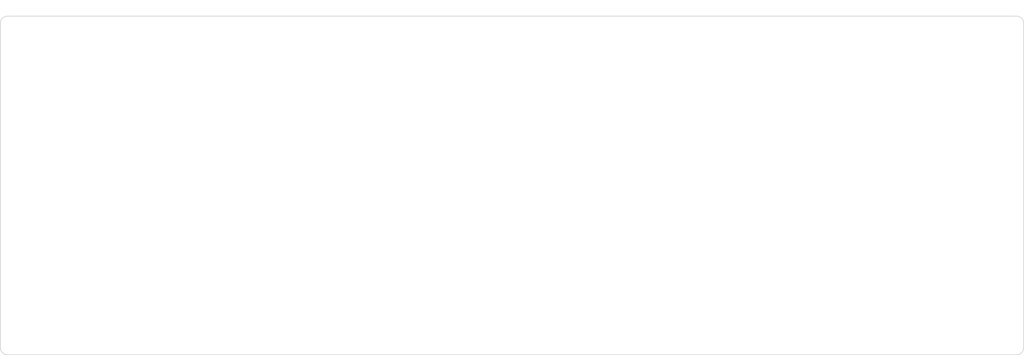
<source format=kicad_pcb>
(kicad_pcb (version 20171130) (host pcbnew "(5.1.6)-1")

  (general
    (thickness 1.6)
    (drawings 608)
    (tracks 0)
    (zones 0)
    (modules 0)
    (nets 1)
  )

  (page A3)
  (layers
    (0 F.Cu signal)
    (31 B.Cu signal)
    (32 B.Adhes user)
    (33 F.Adhes user)
    (34 B.Paste user)
    (35 F.Paste user)
    (36 B.SilkS user)
    (37 F.SilkS user)
    (38 B.Mask user)
    (39 F.Mask user)
    (40 Dwgs.User user)
    (41 Cmts.User user)
    (42 Eco1.User user)
    (43 Eco2.User user)
    (44 Edge.Cuts user)
    (45 Margin user)
    (46 B.CrtYd user)
    (47 F.CrtYd user)
    (48 B.Fab user)
    (49 F.Fab user)
  )

  (setup
    (last_trace_width 0.25)
    (trace_clearance 0.2)
    (zone_clearance 0.508)
    (zone_45_only no)
    (trace_min 0.2)
    (via_size 0.8)
    (via_drill 0.4)
    (via_min_size 0.4)
    (via_min_drill 0.3)
    (uvia_size 0.3)
    (uvia_drill 0.1)
    (uvias_allowed no)
    (uvia_min_size 0.2)
    (uvia_min_drill 0.1)
    (edge_width 0.05)
    (segment_width 0.2)
    (pcb_text_width 0.3)
    (pcb_text_size 1.5 1.5)
    (mod_edge_width 0.12)
    (mod_text_size 1 1)
    (mod_text_width 0.15)
    (pad_size 1.524 1.524)
    (pad_drill 0.762)
    (pad_to_mask_clearance 0.05)
    (aux_axis_origin 0 0)
    (visible_elements FFFFFF7F)
    (pcbplotparams
      (layerselection 0x010fc_ffffffff)
      (usegerberextensions false)
      (usegerberattributes true)
      (usegerberadvancedattributes true)
      (creategerberjobfile true)
      (excludeedgelayer true)
      (linewidth 0.100000)
      (plotframeref false)
      (viasonmask false)
      (mode 1)
      (useauxorigin false)
      (hpglpennumber 1)
      (hpglpenspeed 20)
      (hpglpendiameter 15.000000)
      (psnegative false)
      (psa4output false)
      (plotreference true)
      (plotvalue true)
      (plotinvisibletext false)
      (padsonsilk false)
      (subtractmaskfromsilk false)
      (outputformat 1)
      (mirror false)
      (drillshape 1)
      (scaleselection 1)
      (outputdirectory ""))
  )

  (net 0 "")

  (net_class Default "This is the default net class."
    (clearance 0.2)
    (trace_width 0.25)
    (via_dia 0.8)
    (via_drill 0.4)
    (uvia_dia 0.3)
    (uvia_drill 0.1)
  )

  (gr_text OLED (at 296.229264 139.253435) (layer F.Fab)
    (effects (font (size 1 0.9) (thickness 0.125)) (justify left top))
  )
  (gr_line (start 298.92625 128.274998) (end 296.38625 138.424998) (layer F.Fab) (width 0.2))
  (gr_line (start 296.38625 128.274998) (end 298.92625 138.424998) (layer F.Fab) (width 0.2))
  (gr_line (start 296.38625 138.424998) (end 298.92625 138.424998) (layer F.Fab) (width 0.2))
  (gr_line (start 296.38625 128.274998) (end 296.38625 138.424998) (layer F.Fab) (width 0.2))
  (gr_line (start 298.92625 128.274998) (end 296.38625 128.274998) (layer F.Fab) (width 0.2))
  (gr_line (start 298.92625 138.424998) (end 298.92625 128.274998) (layer F.Fab) (width 0.2))
  (gr_line (start 66.675 43.750001) (end 66.675 46.150001) (layer F.Fab) (width 0.2))
  (gr_line (start 61.675 43.750001) (end 71.675 43.750001) (layer F.Fab) (width 0.2))
  (gr_line (start 61.675 46.150001) (end 71.675 46.150001) (layer F.Fab) (width 0.2))
  (gr_line (start 71.675 46.150001) (end 71.675 48.150001) (layer F.Fab) (width 0.2))
  (gr_line (start 61.675 46.150001) (end 61.675 48.150001) (layer F.Fab) (width 0.2))
  (gr_circle (center 276.225 133.349998) (end 278.225 133.349998) (layer F.Fab) (width 0.2))
  (gr_circle (center 252.4125 133.349998) (end 254.4125 133.349998) (layer F.Fab) (width 0.2))
  (gr_circle (center 180.975 133.349998) (end 182.975 133.349998) (layer F.Fab) (width 0.2))
  (gr_circle (center 109.5375 133.35) (end 111.5375 133.35) (layer F.Fab) (width 0.2))
  (gr_circle (center 85.725 133.35) (end 87.725 133.35) (layer F.Fab) (width 0.2))
  (gr_circle (center 69.05625 114.300001) (end 71.05625 114.300001) (layer F.Fab) (width 0.2))
  (gr_circle (center 100.0125 114.300001) (end 102.0125 114.300001) (layer F.Fab) (width 0.2))
  (gr_circle (center 119.0625 114.300001) (end 121.0625 114.300001) (layer F.Fab) (width 0.2))
  (gr_circle (center 138.1125 114.300001) (end 140.1125 114.300001) (layer F.Fab) (width 0.2))
  (gr_circle (center 157.1625 114.300001) (end 159.1625 114.300001) (layer F.Fab) (width 0.2))
  (gr_circle (center 176.212501 114.300001) (end 178.212501 114.300001) (layer F.Fab) (width 0.2))
  (gr_circle (center 195.2625 114.300001) (end 197.2625 114.300001) (layer F.Fab) (width 0.2))
  (gr_circle (center 214.3125 114.300001) (end 216.3125 114.300001) (layer F.Fab) (width 0.2))
  (gr_circle (center 233.3625 114.300001) (end 235.3625 114.300001) (layer F.Fab) (width 0.2))
  (gr_circle (center 252.4125 114.3) (end 254.4125 114.3) (layer F.Fab) (width 0.2))
  (gr_circle (center 271.4625 114.300001) (end 273.4625 114.300001) (layer F.Fab) (width 0.2))
  (gr_circle (center 297.65625 114.300001) (end 299.65625 114.300001) (layer F.Fab) (width 0.2))
  (gr_circle (center 323.85 114.300001) (end 325.85 114.300001) (layer F.Fab) (width 0.2))
  (gr_circle (center 311.94375 95.250001) (end 313.94375 95.250001) (layer F.Fab) (width 0.2))
  (gr_circle (center 280.9875 95.250001) (end 282.9875 95.250001) (layer F.Fab) (width 0.2))
  (gr_circle (center 261.9375 95.249998) (end 263.9375 95.249998) (layer F.Fab) (width 0.2))
  (gr_circle (center 242.8875 95.249997) (end 244.8875 95.249997) (layer F.Fab) (width 0.2))
  (gr_circle (center 223.8375 95.250001) (end 225.8375 95.250001) (layer F.Fab) (width 0.2))
  (gr_circle (center 204.7875 95.249997) (end 206.7875 95.249997) (layer F.Fab) (width 0.2))
  (gr_circle (center 185.7375 95.249999) (end 187.7375 95.249999) (layer F.Fab) (width 0.2))
  (gr_circle (center 166.6875 95.249999) (end 168.6875 95.249999) (layer F.Fab) (width 0.2))
  (gr_circle (center 147.6375 95.249999) (end 149.6375 95.249999) (layer F.Fab) (width 0.2))
  (gr_circle (center 128.5875 95.249999) (end 130.5875 95.249999) (layer F.Fab) (width 0.2))
  (gr_circle (center 109.5375 95.25) (end 111.5375 95.25) (layer F.Fab) (width 0.2))
  (gr_circle (center 90.4875 95.250001) (end 92.4875 95.250001) (layer F.Fab) (width 0.2))
  (gr_circle (center 64.29375 95.250001) (end 66.29375 95.250001) (layer F.Fab) (width 0.2))
  (gr_circle (center 61.9125 76.200001) (end 63.9125 76.200001) (layer F.Fab) (width 0.2))
  (gr_circle (center 85.725 76.200001) (end 87.725 76.200001) (layer F.Fab) (width 0.2))
  (gr_circle (center 104.775 76.199999) (end 106.775 76.199999) (layer F.Fab) (width 0.2))
  (gr_circle (center 123.825 76.200001) (end 125.825 76.200001) (layer F.Fab) (width 0.2))
  (gr_circle (center 142.875 76.200001) (end 144.875 76.200001) (layer F.Fab) (width 0.2))
  (gr_circle (center 161.925002 76.200001) (end 163.925002 76.200001) (layer F.Fab) (width 0.2))
  (gr_circle (center 180.975 76.200001) (end 182.975 76.200001) (layer F.Fab) (width 0.2))
  (gr_circle (center 200.025003 76.200001) (end 202.025003 76.200001) (layer F.Fab) (width 0.2))
  (gr_circle (center 219.075 76.2) (end 221.075 76.2) (layer F.Fab) (width 0.2))
  (gr_circle (center 238.125 76.200001) (end 240.125 76.200001) (layer F.Fab) (width 0.2))
  (gr_circle (center 257.175 76.200001) (end 259.175 76.200001) (layer F.Fab) (width 0.2))
  (gr_circle (center 276.225002 76.200001) (end 278.225002 76.200001) (layer F.Fab) (width 0.2))
  (gr_circle (center 295.275 76.200001) (end 297.275 76.200001) (layer F.Fab) (width 0.2))
  (gr_circle (center 319.0875 76.200001) (end 321.0875 76.200001) (layer F.Fab) (width 0.2))
  (gr_circle (center 323.85 57.149997) (end 325.85 57.149997) (layer F.Fab) (width 0.2))
  (gr_circle (center 304.800002 57.150001) (end 306.800002 57.150001) (layer F.Fab) (width 0.2))
  (gr_circle (center 285.75 57.150001) (end 287.75 57.150001) (layer F.Fab) (width 0.2))
  (gr_circle (center 266.7 57.150001) (end 268.7 57.150001) (layer F.Fab) (width 0.2))
  (gr_circle (center 247.65 57.149999) (end 249.65 57.149999) (layer F.Fab) (width 0.2))
  (gr_circle (center 228.600002 57.150001) (end 230.600002 57.150001) (layer F.Fab) (width 0.2))
  (gr_circle (center 209.55 57.149998) (end 211.55 57.149998) (layer F.Fab) (width 0.2))
  (gr_circle (center 190.5 57.150001) (end 192.5 57.150001) (layer F.Fab) (width 0.2))
  (gr_circle (center 171.45 57.149998) (end 173.45 57.149998) (layer F.Fab) (width 0.2))
  (gr_circle (center 152.400002 57.150001) (end 154.400002 57.150001) (layer F.Fab) (width 0.2))
  (gr_circle (center 133.35 57.149998) (end 135.35 57.149998) (layer F.Fab) (width 0.2))
  (gr_circle (center 114.3 57.15) (end 116.3 57.15) (layer F.Fab) (width 0.2))
  (gr_circle (center 95.25 57.150001) (end 97.25 57.150001) (layer F.Fab) (width 0.2))
  (gr_circle (center 76.2 57.150001) (end 78.2 57.150001) (layer F.Fab) (width 0.2))
  (gr_circle (center 57.15 57.150001) (end 59.15 57.150001) (layer F.Fab) (width 0.2))
  (gr_arc (start 283.225 140.350001) (end 283.225 140.350001) (angle -90) (layer F.Fab) (width 0.2))
  (gr_arc (start 269.225 140.350001) (end 269.225 140.350001) (angle -90) (layer F.Fab) (width 0.2))
  (gr_arc (start 283.225 126.350001) (end 283.225 126.350001) (angle -90) (layer F.Fab) (width 0.2))
  (gr_arc (start 269.225 126.350001) (end 269.225 126.350001) (angle -90) (layer F.Fab) (width 0.2))
  (gr_line (start 283.225 126.350001) (end 283.225 140.350001) (layer F.Fab) (width 0.2))
  (gr_line (start 269.225 126.350001) (end 269.225 140.350001) (layer F.Fab) (width 0.2))
  (gr_line (start 269.225 140.350001) (end 283.225 140.350001) (layer F.Fab) (width 0.2))
  (gr_line (start 269.225 126.350001) (end 283.225 126.350001) (layer F.Fab) (width 0.2))
  (gr_arc (start 259.4125 140.350001) (end 259.4125 140.350001) (angle -90) (layer F.Fab) (width 0.2))
  (gr_arc (start 245.4125 140.350001) (end 245.4125 140.350001) (angle -90) (layer F.Fab) (width 0.2))
  (gr_arc (start 259.4125 126.350001) (end 259.4125 126.350001) (angle -90) (layer F.Fab) (width 0.2))
  (gr_arc (start 245.4125 126.350001) (end 245.4125 126.350001) (angle -90) (layer F.Fab) (width 0.2))
  (gr_line (start 259.4125 126.350001) (end 259.4125 140.350001) (layer F.Fab) (width 0.2))
  (gr_line (start 245.4125 126.350001) (end 245.4125 140.350001) (layer F.Fab) (width 0.2))
  (gr_line (start 245.4125 140.350001) (end 259.4125 140.350001) (layer F.Fab) (width 0.2))
  (gr_line (start 245.4125 126.350001) (end 259.4125 126.350001) (layer F.Fab) (width 0.2))
  (gr_arc (start 127.2 141.350001) (end 127.2 141.350001) (angle -90) (layer F.Fab) (width 0.2))
  (gr_arc (start 120.45 141.350001) (end 120.45 141.350001) (angle -90) (layer F.Fab) (width 0.2))
  (gr_arc (start 127.2 127.350001) (end 127.2 127.350001) (angle -90) (layer F.Fab) (width 0.2))
  (gr_arc (start 120.45 127.350001) (end 120.45 127.350001) (angle -90) (layer F.Fab) (width 0.2))
  (gr_line (start 127.2 127.350001) (end 127.2 141.350001) (layer F.Fab) (width 0.2))
  (gr_line (start 120.45 127.350001) (end 120.45 141.350001) (layer F.Fab) (width 0.2))
  (gr_line (start 120.45 141.350001) (end 127.2 141.350001) (layer F.Fab) (width 0.2))
  (gr_line (start 120.45 127.350001) (end 127.2 127.350001) (layer F.Fab) (width 0.2))
  (gr_arc (start 222.45 141.350001) (end 222.45 141.350001) (angle -90) (layer F.Fab) (width 0.2))
  (gr_arc (start 215.7 141.350001) (end 215.7 141.350001) (angle -90) (layer F.Fab) (width 0.2))
  (gr_arc (start 222.45 127.350001) (end 222.45 127.350001) (angle -90) (layer F.Fab) (width 0.2))
  (gr_arc (start 215.7 127.350001) (end 215.7 127.350001) (angle -90) (layer F.Fab) (width 0.2))
  (gr_line (start 222.45 127.350001) (end 222.45 141.350001) (layer F.Fab) (width 0.2))
  (gr_line (start 215.7 127.350001) (end 215.7 141.350001) (layer F.Fab) (width 0.2))
  (gr_line (start 215.7 141.350001) (end 222.45 141.350001) (layer F.Fab) (width 0.2))
  (gr_line (start 215.7 127.350001) (end 222.45 127.350001) (layer F.Fab) (width 0.2))
  (gr_arc (start 187.975 140.350001) (end 187.975 140.350001) (angle -90) (layer F.Fab) (width 0.2))
  (gr_arc (start 173.975 140.350001) (end 173.975 140.350001) (angle -90) (layer F.Fab) (width 0.2))
  (gr_arc (start 187.975 126.350001) (end 187.975 126.350001) (angle -90) (layer F.Fab) (width 0.2))
  (gr_arc (start 173.975 126.350001) (end 173.975 126.350001) (angle -90) (layer F.Fab) (width 0.2))
  (gr_line (start 187.975 126.350001) (end 187.975 140.350001) (layer F.Fab) (width 0.2))
  (gr_line (start 173.975 126.350001) (end 173.975 140.350001) (layer F.Fab) (width 0.2))
  (gr_line (start 173.975 140.350001) (end 187.975 140.350001) (layer F.Fab) (width 0.2))
  (gr_line (start 173.975 126.350001) (end 187.975 126.350001) (layer F.Fab) (width 0.2))
  (gr_arc (start 116.5375 140.350001) (end 116.5375 140.350001) (angle -90) (layer F.Fab) (width 0.2))
  (gr_arc (start 102.5375 140.350001) (end 102.5375 140.350001) (angle -90) (layer F.Fab) (width 0.2))
  (gr_arc (start 116.5375 126.350001) (end 116.5375 126.350001) (angle -90) (layer F.Fab) (width 0.2))
  (gr_arc (start 102.5375 126.350001) (end 102.5375 126.350001) (angle -90) (layer F.Fab) (width 0.2))
  (gr_line (start 116.5375 126.350001) (end 116.5375 140.350001) (layer F.Fab) (width 0.2))
  (gr_line (start 102.5375 126.350001) (end 102.5375 140.350001) (layer F.Fab) (width 0.2))
  (gr_line (start 102.5375 140.350001) (end 116.5375 140.350001) (layer F.Fab) (width 0.2))
  (gr_line (start 102.5375 126.350001) (end 116.5375 126.350001) (layer F.Fab) (width 0.2))
  (gr_arc (start 92.725 140.350001) (end 92.725 140.350001) (angle -90) (layer F.Fab) (width 0.2))
  (gr_arc (start 78.725 140.350001) (end 78.725 140.350001) (angle -90) (layer F.Fab) (width 0.2))
  (gr_arc (start 92.725 126.350001) (end 92.725 126.350001) (angle -90) (layer F.Fab) (width 0.2))
  (gr_arc (start 78.725 126.350001) (end 78.725 126.350001) (angle -90) (layer F.Fab) (width 0.2))
  (gr_line (start 92.725 126.350001) (end 92.725 140.350001) (layer F.Fab) (width 0.2))
  (gr_line (start 78.725 126.350001) (end 78.725 140.350001) (layer F.Fab) (width 0.2))
  (gr_line (start 78.725 140.350001) (end 92.725 140.350001) (layer F.Fab) (width 0.2))
  (gr_line (start 78.725 126.350001) (end 92.725 126.350001) (layer F.Fab) (width 0.2))
  (gr_arc (start 330.85 121.300001) (end 330.85 121.300001) (angle -90) (layer F.Fab) (width 0.2))
  (gr_arc (start 316.85 121.300001) (end 316.85 121.300001) (angle -90) (layer F.Fab) (width 0.2))
  (gr_arc (start 330.85 107.300001) (end 330.85 107.300001) (angle -90) (layer F.Fab) (width 0.2))
  (gr_arc (start 316.85 107.300001) (end 316.85 107.300001) (angle -90) (layer F.Fab) (width 0.2))
  (gr_line (start 330.85 107.300001) (end 330.85 121.300001) (layer F.Fab) (width 0.2))
  (gr_line (start 316.85 107.300001) (end 316.85 121.300001) (layer F.Fab) (width 0.2))
  (gr_line (start 316.85 121.300001) (end 330.85 121.300001) (layer F.Fab) (width 0.2))
  (gr_line (start 316.85 107.300001) (end 330.85 107.300001) (layer F.Fab) (width 0.2))
  (gr_arc (start 304.65625 121.300001) (end 304.65625 121.300001) (angle -90) (layer F.Fab) (width 0.2))
  (gr_arc (start 290.65625 121.300001) (end 290.65625 121.300001) (angle -90) (layer F.Fab) (width 0.2))
  (gr_arc (start 304.65625 107.300001) (end 304.65625 107.300001) (angle -90) (layer F.Fab) (width 0.2))
  (gr_arc (start 290.65625 107.300001) (end 290.65625 107.300001) (angle -90) (layer F.Fab) (width 0.2))
  (gr_line (start 304.65625 107.300001) (end 304.65625 121.300001) (layer F.Fab) (width 0.2))
  (gr_line (start 290.65625 107.300001) (end 290.65625 121.300001) (layer F.Fab) (width 0.2))
  (gr_line (start 290.65625 121.300001) (end 304.65625 121.300001) (layer F.Fab) (width 0.2))
  (gr_line (start 290.65625 107.300001) (end 304.65625 107.300001) (layer F.Fab) (width 0.2))
  (gr_arc (start 278.4625 121.300001) (end 278.4625 121.300001) (angle -90) (layer F.Fab) (width 0.2))
  (gr_arc (start 264.4625 121.300001) (end 264.4625 121.300001) (angle -90) (layer F.Fab) (width 0.2))
  (gr_arc (start 278.4625 107.300001) (end 278.4625 107.300001) (angle -90) (layer F.Fab) (width 0.2))
  (gr_arc (start 264.4625 107.300001) (end 264.4625 107.300001) (angle -90) (layer F.Fab) (width 0.2))
  (gr_line (start 278.4625 107.300001) (end 278.4625 121.300001) (layer F.Fab) (width 0.2))
  (gr_line (start 264.4625 107.300001) (end 264.4625 121.300001) (layer F.Fab) (width 0.2))
  (gr_line (start 264.4625 121.300001) (end 278.4625 121.300001) (layer F.Fab) (width 0.2))
  (gr_line (start 264.4625 107.300001) (end 278.4625 107.300001) (layer F.Fab) (width 0.2))
  (gr_arc (start 259.4125 121.300001) (end 259.4125 121.300001) (angle -90) (layer F.Fab) (width 0.2))
  (gr_arc (start 245.4125 121.300001) (end 245.4125 121.300001) (angle -90) (layer F.Fab) (width 0.2))
  (gr_arc (start 259.4125 107.300001) (end 259.4125 107.300001) (angle -90) (layer F.Fab) (width 0.2))
  (gr_arc (start 245.4125 107.300001) (end 245.4125 107.300001) (angle -90) (layer F.Fab) (width 0.2))
  (gr_line (start 259.4125 107.300001) (end 259.4125 121.300001) (layer F.Fab) (width 0.2))
  (gr_line (start 245.4125 107.300001) (end 245.4125 121.300001) (layer F.Fab) (width 0.2))
  (gr_line (start 245.4125 121.300001) (end 259.4125 121.300001) (layer F.Fab) (width 0.2))
  (gr_line (start 245.4125 107.300001) (end 259.4125 107.300001) (layer F.Fab) (width 0.2))
  (gr_arc (start 240.3625 121.300001) (end 240.3625 121.300001) (angle -90) (layer F.Fab) (width 0.2))
  (gr_arc (start 226.3625 121.300001) (end 226.3625 121.300001) (angle -90) (layer F.Fab) (width 0.2))
  (gr_arc (start 240.3625 107.300001) (end 240.3625 107.300001) (angle -90) (layer F.Fab) (width 0.2))
  (gr_arc (start 226.3625 107.300001) (end 226.3625 107.300001) (angle -90) (layer F.Fab) (width 0.2))
  (gr_line (start 240.3625 107.300001) (end 240.3625 121.300001) (layer F.Fab) (width 0.2))
  (gr_line (start 226.3625 107.300001) (end 226.3625 121.300001) (layer F.Fab) (width 0.2))
  (gr_line (start 226.3625 121.300001) (end 240.3625 121.300001) (layer F.Fab) (width 0.2))
  (gr_line (start 226.3625 107.300001) (end 240.3625 107.300001) (layer F.Fab) (width 0.2))
  (gr_arc (start 221.3125 121.300001) (end 221.3125 121.300001) (angle -90) (layer F.Fab) (width 0.2))
  (gr_arc (start 207.3125 121.300001) (end 207.3125 121.300001) (angle -90) (layer F.Fab) (width 0.2))
  (gr_arc (start 221.3125 107.300001) (end 221.3125 107.300001) (angle -90) (layer F.Fab) (width 0.2))
  (gr_arc (start 207.3125 107.300001) (end 207.3125 107.300001) (angle -90) (layer F.Fab) (width 0.2))
  (gr_line (start 221.3125 107.300001) (end 221.3125 121.300001) (layer F.Fab) (width 0.2))
  (gr_line (start 207.3125 107.300001) (end 207.3125 121.300001) (layer F.Fab) (width 0.2))
  (gr_line (start 207.3125 121.300001) (end 221.3125 121.300001) (layer F.Fab) (width 0.2))
  (gr_line (start 207.3125 107.300001) (end 221.3125 107.300001) (layer F.Fab) (width 0.2))
  (gr_arc (start 202.2625 121.300001) (end 202.2625 121.300001) (angle -90) (layer F.Fab) (width 0.2))
  (gr_arc (start 188.2625 121.300001) (end 188.2625 121.300001) (angle -90) (layer F.Fab) (width 0.2))
  (gr_arc (start 202.2625 107.300001) (end 202.2625 107.300001) (angle -90) (layer F.Fab) (width 0.2))
  (gr_arc (start 188.2625 107.300001) (end 188.2625 107.300001) (angle -90) (layer F.Fab) (width 0.2))
  (gr_line (start 202.2625 107.300001) (end 202.2625 121.300001) (layer F.Fab) (width 0.2))
  (gr_line (start 188.2625 107.300001) (end 188.2625 121.300001) (layer F.Fab) (width 0.2))
  (gr_line (start 188.2625 121.300001) (end 202.2625 121.300001) (layer F.Fab) (width 0.2))
  (gr_line (start 188.2625 107.300001) (end 202.2625 107.300001) (layer F.Fab) (width 0.2))
  (gr_arc (start 183.2125 121.300001) (end 183.2125 121.300001) (angle -90) (layer F.Fab) (width 0.2))
  (gr_arc (start 169.2125 121.300001) (end 169.2125 121.300001) (angle -90) (layer F.Fab) (width 0.2))
  (gr_arc (start 183.2125 107.300001) (end 183.2125 107.300001) (angle -90) (layer F.Fab) (width 0.2))
  (gr_arc (start 169.2125 107.300001) (end 169.2125 107.300001) (angle -90) (layer F.Fab) (width 0.2))
  (gr_line (start 183.2125 107.300001) (end 183.2125 121.300001) (layer F.Fab) (width 0.2))
  (gr_line (start 169.2125 107.300001) (end 169.2125 121.300001) (layer F.Fab) (width 0.2))
  (gr_line (start 169.2125 121.300001) (end 183.2125 121.300001) (layer F.Fab) (width 0.2))
  (gr_line (start 169.2125 107.300001) (end 183.2125 107.300001) (layer F.Fab) (width 0.2))
  (gr_arc (start 164.1625 121.300001) (end 164.1625 121.300001) (angle -90) (layer F.Fab) (width 0.2))
  (gr_arc (start 150.1625 121.300001) (end 150.1625 121.300001) (angle -90) (layer F.Fab) (width 0.2))
  (gr_arc (start 164.1625 107.300001) (end 164.1625 107.300001) (angle -90) (layer F.Fab) (width 0.2))
  (gr_arc (start 150.1625 107.300001) (end 150.1625 107.300001) (angle -90) (layer F.Fab) (width 0.2))
  (gr_line (start 164.1625 107.300001) (end 164.1625 121.300001) (layer F.Fab) (width 0.2))
  (gr_line (start 150.1625 107.300001) (end 150.1625 121.300001) (layer F.Fab) (width 0.2))
  (gr_line (start 150.1625 121.300001) (end 164.1625 121.300001) (layer F.Fab) (width 0.2))
  (gr_line (start 150.1625 107.300001) (end 164.1625 107.300001) (layer F.Fab) (width 0.2))
  (gr_arc (start 145.1125 121.300001) (end 145.1125 121.300001) (angle -90) (layer F.Fab) (width 0.2))
  (gr_arc (start 131.1125 121.300001) (end 131.1125 121.300001) (angle -90) (layer F.Fab) (width 0.2))
  (gr_arc (start 145.1125 107.300001) (end 145.1125 107.300001) (angle -90) (layer F.Fab) (width 0.2))
  (gr_arc (start 131.1125 107.300001) (end 131.1125 107.300001) (angle -90) (layer F.Fab) (width 0.2))
  (gr_line (start 145.1125 107.300001) (end 145.1125 121.300001) (layer F.Fab) (width 0.2))
  (gr_line (start 131.1125 107.300001) (end 131.1125 121.300001) (layer F.Fab) (width 0.2))
  (gr_line (start 131.1125 121.300001) (end 145.1125 121.300001) (layer F.Fab) (width 0.2))
  (gr_line (start 131.1125 107.300001) (end 145.1125 107.300001) (layer F.Fab) (width 0.2))
  (gr_arc (start 126.0625 121.300001) (end 126.0625 121.300001) (angle -90) (layer F.Fab) (width 0.2))
  (gr_arc (start 112.0625 121.300001) (end 112.0625 121.300001) (angle -90) (layer F.Fab) (width 0.2))
  (gr_arc (start 126.0625 107.300001) (end 126.0625 107.300001) (angle -90) (layer F.Fab) (width 0.2))
  (gr_arc (start 112.0625 107.300001) (end 112.0625 107.300001) (angle -90) (layer F.Fab) (width 0.2))
  (gr_line (start 126.0625 107.300001) (end 126.0625 121.300001) (layer F.Fab) (width 0.2))
  (gr_line (start 112.0625 107.300001) (end 112.0625 121.300001) (layer F.Fab) (width 0.2))
  (gr_line (start 112.0625 121.300001) (end 126.0625 121.300001) (layer F.Fab) (width 0.2))
  (gr_line (start 112.0625 107.300001) (end 126.0625 107.300001) (layer F.Fab) (width 0.2))
  (gr_arc (start 107.0125 121.300001) (end 107.0125 121.300001) (angle -90) (layer F.Fab) (width 0.2))
  (gr_arc (start 93.0125 121.300001) (end 93.0125 121.300001) (angle -90) (layer F.Fab) (width 0.2))
  (gr_arc (start 107.0125 107.300001) (end 107.0125 107.300001) (angle -90) (layer F.Fab) (width 0.2))
  (gr_arc (start 93.0125 107.300001) (end 93.0125 107.300001) (angle -90) (layer F.Fab) (width 0.2))
  (gr_line (start 107.0125 107.300001) (end 107.0125 121.300001) (layer F.Fab) (width 0.2))
  (gr_line (start 93.0125 107.300001) (end 93.0125 121.300001) (layer F.Fab) (width 0.2))
  (gr_line (start 93.0125 121.300001) (end 107.0125 121.300001) (layer F.Fab) (width 0.2))
  (gr_line (start 93.0125 107.300001) (end 107.0125 107.300001) (layer F.Fab) (width 0.2))
  (gr_arc (start 60.49325 122.300001) (end 60.49325 122.300001) (angle -90) (layer F.Fab) (width 0.2))
  (gr_arc (start 53.74325 122.300001) (end 53.74325 122.300001) (angle -90) (layer F.Fab) (width 0.2))
  (gr_arc (start 60.49325 108.300001) (end 60.49325 108.300001) (angle -90) (layer F.Fab) (width 0.2))
  (gr_arc (start 53.74325 108.300001) (end 53.74325 108.300001) (angle -90) (layer F.Fab) (width 0.2))
  (gr_line (start 60.49325 108.300001) (end 60.49325 122.300001) (layer F.Fab) (width 0.2))
  (gr_line (start 53.74325 108.300001) (end 53.74325 122.300001) (layer F.Fab) (width 0.2))
  (gr_line (start 53.74325 122.300001) (end 60.49325 122.300001) (layer F.Fab) (width 0.2))
  (gr_line (start 53.74325 108.300001) (end 60.49325 108.300001) (layer F.Fab) (width 0.2))
  (gr_arc (start 84.36925 122.300001) (end 84.36925 122.300001) (angle -90) (layer F.Fab) (width 0.2))
  (gr_arc (start 77.61925 122.300001) (end 77.61925 122.300001) (angle -90) (layer F.Fab) (width 0.2))
  (gr_arc (start 84.36925 108.300001) (end 84.36925 108.300001) (angle -90) (layer F.Fab) (width 0.2))
  (gr_arc (start 77.61925 108.300001) (end 77.61925 108.300001) (angle -90) (layer F.Fab) (width 0.2))
  (gr_line (start 84.36925 108.300001) (end 84.36925 122.300001) (layer F.Fab) (width 0.2))
  (gr_line (start 77.61925 108.300001) (end 77.61925 122.300001) (layer F.Fab) (width 0.2))
  (gr_line (start 77.61925 122.300001) (end 84.36925 122.300001) (layer F.Fab) (width 0.2))
  (gr_line (start 77.61925 108.300001) (end 84.36925 108.300001) (layer F.Fab) (width 0.2))
  (gr_arc (start 76.05625 121.300001) (end 76.05625 121.300001) (angle -90) (layer F.Fab) (width 0.2))
  (gr_arc (start 62.05625 121.300001) (end 62.05625 121.300001) (angle -90) (layer F.Fab) (width 0.2))
  (gr_arc (start 76.05625 107.300001) (end 76.05625 107.300001) (angle -90) (layer F.Fab) (width 0.2))
  (gr_arc (start 62.05625 107.300001) (end 62.05625 107.300001) (angle -90) (layer F.Fab) (width 0.2))
  (gr_line (start 76.05625 107.300001) (end 76.05625 121.300001) (layer F.Fab) (width 0.2))
  (gr_line (start 62.05625 107.300001) (end 62.05625 121.300001) (layer F.Fab) (width 0.2))
  (gr_line (start 62.05625 121.300001) (end 76.05625 121.300001) (layer F.Fab) (width 0.2))
  (gr_line (start 62.05625 107.300001) (end 76.05625 107.300001) (layer F.Fab) (width 0.2))
  (gr_arc (start 303.38075 103.250001) (end 303.38075 103.250001) (angle -90) (layer F.Fab) (width 0.2))
  (gr_arc (start 296.63075 103.250001) (end 296.63075 103.250001) (angle -90) (layer F.Fab) (width 0.2))
  (gr_arc (start 303.38075 89.250001) (end 303.38075 89.250001) (angle -90) (layer F.Fab) (width 0.2))
  (gr_arc (start 296.63075 89.250001) (end 296.63075 89.250001) (angle -90) (layer F.Fab) (width 0.2))
  (gr_line (start 303.38075 89.250001) (end 303.38075 103.250001) (layer F.Fab) (width 0.2))
  (gr_line (start 296.63075 89.250001) (end 296.63075 103.250001) (layer F.Fab) (width 0.2))
  (gr_line (start 296.63075 103.250001) (end 303.38075 103.250001) (layer F.Fab) (width 0.2))
  (gr_line (start 296.63075 89.250001) (end 303.38075 89.250001) (layer F.Fab) (width 0.2))
  (gr_arc (start 327.25675 103.250001) (end 327.25675 103.250001) (angle -90) (layer F.Fab) (width 0.2))
  (gr_arc (start 320.50675 103.250001) (end 320.50675 103.250001) (angle -90) (layer F.Fab) (width 0.2))
  (gr_arc (start 327.25675 89.250001) (end 327.25675 89.250001) (angle -90) (layer F.Fab) (width 0.2))
  (gr_arc (start 320.50675 89.250001) (end 320.50675 89.250001) (angle -90) (layer F.Fab) (width 0.2))
  (gr_line (start 327.25675 89.250001) (end 327.25675 103.250001) (layer F.Fab) (width 0.2))
  (gr_line (start 320.50675 89.250001) (end 320.50675 103.250001) (layer F.Fab) (width 0.2))
  (gr_line (start 320.50675 103.250001) (end 327.25675 103.250001) (layer F.Fab) (width 0.2))
  (gr_line (start 320.50675 89.250001) (end 327.25675 89.250001) (layer F.Fab) (width 0.2))
  (gr_arc (start 318.94375 102.250001) (end 318.94375 102.250001) (angle -90) (layer F.Fab) (width 0.2))
  (gr_arc (start 304.94375 102.250001) (end 304.94375 102.250001) (angle -90) (layer F.Fab) (width 0.2))
  (gr_arc (start 318.94375 88.250001) (end 318.94375 88.250001) (angle -90) (layer F.Fab) (width 0.2))
  (gr_arc (start 304.94375 88.250001) (end 304.94375 88.250001) (angle -90) (layer F.Fab) (width 0.2))
  (gr_line (start 318.94375 88.250001) (end 318.94375 102.250001) (layer F.Fab) (width 0.2))
  (gr_line (start 304.94375 88.250001) (end 304.94375 102.250001) (layer F.Fab) (width 0.2))
  (gr_line (start 304.94375 102.250001) (end 318.94375 102.250001) (layer F.Fab) (width 0.2))
  (gr_line (start 304.94375 88.250001) (end 318.94375 88.250001) (layer F.Fab) (width 0.2))
  (gr_arc (start 287.9875 102.250001) (end 287.9875 102.250001) (angle -90) (layer F.Fab) (width 0.2))
  (gr_arc (start 273.9875 102.250001) (end 273.9875 102.250001) (angle -90) (layer F.Fab) (width 0.2))
  (gr_arc (start 287.9875 88.250001) (end 287.9875 88.250001) (angle -90) (layer F.Fab) (width 0.2))
  (gr_arc (start 273.9875 88.250001) (end 273.9875 88.250001) (angle -90) (layer F.Fab) (width 0.2))
  (gr_line (start 287.9875 88.250001) (end 287.9875 102.250001) (layer F.Fab) (width 0.2))
  (gr_line (start 273.9875 88.250001) (end 273.9875 102.250001) (layer F.Fab) (width 0.2))
  (gr_line (start 273.9875 102.250001) (end 287.9875 102.250001) (layer F.Fab) (width 0.2))
  (gr_line (start 273.9875 88.250001) (end 287.9875 88.250001) (layer F.Fab) (width 0.2))
  (gr_arc (start 268.9375 102.250001) (end 268.9375 102.250001) (angle -90) (layer F.Fab) (width 0.2))
  (gr_arc (start 254.9375 102.250001) (end 254.9375 102.250001) (angle -90) (layer F.Fab) (width 0.2))
  (gr_arc (start 268.9375 88.250001) (end 268.9375 88.250001) (angle -90) (layer F.Fab) (width 0.2))
  (gr_arc (start 254.9375 88.250001) (end 254.9375 88.250001) (angle -90) (layer F.Fab) (width 0.2))
  (gr_line (start 268.9375 88.250001) (end 268.9375 102.250001) (layer F.Fab) (width 0.2))
  (gr_line (start 254.9375 88.250001) (end 254.9375 102.250001) (layer F.Fab) (width 0.2))
  (gr_line (start 254.9375 102.250001) (end 268.9375 102.250001) (layer F.Fab) (width 0.2))
  (gr_line (start 254.9375 88.250001) (end 268.9375 88.250001) (layer F.Fab) (width 0.2))
  (gr_arc (start 249.8875 102.250001) (end 249.8875 102.250001) (angle -90) (layer F.Fab) (width 0.2))
  (gr_arc (start 235.8875 102.250001) (end 235.8875 102.250001) (angle -90) (layer F.Fab) (width 0.2))
  (gr_arc (start 249.8875 88.250001) (end 249.8875 88.250001) (angle -90) (layer F.Fab) (width 0.2))
  (gr_arc (start 235.8875 88.250001) (end 235.8875 88.250001) (angle -90) (layer F.Fab) (width 0.2))
  (gr_line (start 249.8875 88.250001) (end 249.8875 102.250001) (layer F.Fab) (width 0.2))
  (gr_line (start 235.8875 88.250001) (end 235.8875 102.250001) (layer F.Fab) (width 0.2))
  (gr_line (start 235.8875 102.250001) (end 249.8875 102.250001) (layer F.Fab) (width 0.2))
  (gr_line (start 235.8875 88.250001) (end 249.8875 88.250001) (layer F.Fab) (width 0.2))
  (gr_arc (start 230.8375 102.250001) (end 230.8375 102.250001) (angle -90) (layer F.Fab) (width 0.2))
  (gr_arc (start 216.8375 102.250001) (end 216.8375 102.250001) (angle -90) (layer F.Fab) (width 0.2))
  (gr_arc (start 230.8375 88.250001) (end 230.8375 88.250001) (angle -90) (layer F.Fab) (width 0.2))
  (gr_arc (start 216.8375 88.250001) (end 216.8375 88.250001) (angle -90) (layer F.Fab) (width 0.2))
  (gr_line (start 230.8375 88.250001) (end 230.8375 102.250001) (layer F.Fab) (width 0.2))
  (gr_line (start 216.8375 88.250001) (end 216.8375 102.250001) (layer F.Fab) (width 0.2))
  (gr_line (start 216.8375 102.250001) (end 230.8375 102.250001) (layer F.Fab) (width 0.2))
  (gr_line (start 216.8375 88.250001) (end 230.8375 88.250001) (layer F.Fab) (width 0.2))
  (gr_arc (start 211.7875 102.250001) (end 211.7875 102.250001) (angle -90) (layer F.Fab) (width 0.2))
  (gr_arc (start 197.7875 102.250001) (end 197.7875 102.250001) (angle -90) (layer F.Fab) (width 0.2))
  (gr_arc (start 211.7875 88.250001) (end 211.7875 88.250001) (angle -90) (layer F.Fab) (width 0.2))
  (gr_arc (start 197.7875 88.250001) (end 197.7875 88.250001) (angle -90) (layer F.Fab) (width 0.2))
  (gr_line (start 211.7875 88.250001) (end 211.7875 102.250001) (layer F.Fab) (width 0.2))
  (gr_line (start 197.7875 88.250001) (end 197.7875 102.250001) (layer F.Fab) (width 0.2))
  (gr_line (start 197.7875 102.250001) (end 211.7875 102.250001) (layer F.Fab) (width 0.2))
  (gr_line (start 197.7875 88.250001) (end 211.7875 88.250001) (layer F.Fab) (width 0.2))
  (gr_arc (start 192.7375 102.250001) (end 192.7375 102.250001) (angle -90) (layer F.Fab) (width 0.2))
  (gr_arc (start 178.7375 102.250001) (end 178.7375 102.250001) (angle -90) (layer F.Fab) (width 0.2))
  (gr_arc (start 192.7375 88.250001) (end 192.7375 88.250001) (angle -90) (layer F.Fab) (width 0.2))
  (gr_arc (start 178.7375 88.250001) (end 178.7375 88.250001) (angle -90) (layer F.Fab) (width 0.2))
  (gr_line (start 192.7375 88.250001) (end 192.7375 102.250001) (layer F.Fab) (width 0.2))
  (gr_line (start 178.7375 88.250001) (end 178.7375 102.250001) (layer F.Fab) (width 0.2))
  (gr_line (start 178.7375 102.250001) (end 192.7375 102.250001) (layer F.Fab) (width 0.2))
  (gr_line (start 178.7375 88.250001) (end 192.7375 88.250001) (layer F.Fab) (width 0.2))
  (gr_arc (start 173.6875 102.250001) (end 173.6875 102.250001) (angle -90) (layer F.Fab) (width 0.2))
  (gr_arc (start 159.6875 102.250001) (end 159.6875 102.250001) (angle -90) (layer F.Fab) (width 0.2))
  (gr_arc (start 173.6875 88.250001) (end 173.6875 88.250001) (angle -90) (layer F.Fab) (width 0.2))
  (gr_arc (start 159.6875 88.250001) (end 159.6875 88.250001) (angle -90) (layer F.Fab) (width 0.2))
  (gr_line (start 173.6875 88.250001) (end 173.6875 102.250001) (layer F.Fab) (width 0.2))
  (gr_line (start 159.6875 88.250001) (end 159.6875 102.250001) (layer F.Fab) (width 0.2))
  (gr_line (start 159.6875 102.250001) (end 173.6875 102.250001) (layer F.Fab) (width 0.2))
  (gr_line (start 159.6875 88.250001) (end 173.6875 88.250001) (layer F.Fab) (width 0.2))
  (gr_arc (start 154.6375 102.250001) (end 154.6375 102.250001) (angle -90) (layer F.Fab) (width 0.2))
  (gr_arc (start 140.6375 102.250001) (end 140.6375 102.250001) (angle -90) (layer F.Fab) (width 0.2))
  (gr_arc (start 154.6375 88.250001) (end 154.6375 88.250001) (angle -90) (layer F.Fab) (width 0.2))
  (gr_arc (start 140.6375 88.250001) (end 140.6375 88.250001) (angle -90) (layer F.Fab) (width 0.2))
  (gr_line (start 154.6375 88.250001) (end 154.6375 102.250001) (layer F.Fab) (width 0.2))
  (gr_line (start 140.6375 88.250001) (end 140.6375 102.250001) (layer F.Fab) (width 0.2))
  (gr_line (start 140.6375 102.250001) (end 154.6375 102.250001) (layer F.Fab) (width 0.2))
  (gr_line (start 140.6375 88.250001) (end 154.6375 88.250001) (layer F.Fab) (width 0.2))
  (gr_arc (start 135.5875 102.250001) (end 135.5875 102.250001) (angle -90) (layer F.Fab) (width 0.2))
  (gr_arc (start 121.5875 102.250001) (end 121.5875 102.250001) (angle -90) (layer F.Fab) (width 0.2))
  (gr_arc (start 135.5875 88.250001) (end 135.5875 88.250001) (angle -90) (layer F.Fab) (width 0.2))
  (gr_arc (start 121.5875 88.250001) (end 121.5875 88.250001) (angle -90) (layer F.Fab) (width 0.2))
  (gr_line (start 135.5875 88.250001) (end 135.5875 102.250001) (layer F.Fab) (width 0.2))
  (gr_line (start 121.5875 88.250001) (end 121.5875 102.250001) (layer F.Fab) (width 0.2))
  (gr_line (start 121.5875 102.250001) (end 135.5875 102.250001) (layer F.Fab) (width 0.2))
  (gr_line (start 121.5875 88.250001) (end 135.5875 88.250001) (layer F.Fab) (width 0.2))
  (gr_arc (start 116.5375 102.250001) (end 116.5375 102.250001) (angle -90) (layer F.Fab) (width 0.2))
  (gr_arc (start 102.5375 102.250001) (end 102.5375 102.250001) (angle -90) (layer F.Fab) (width 0.2))
  (gr_arc (start 116.5375 88.250001) (end 116.5375 88.250001) (angle -90) (layer F.Fab) (width 0.2))
  (gr_arc (start 102.5375 88.250001) (end 102.5375 88.250001) (angle -90) (layer F.Fab) (width 0.2))
  (gr_line (start 116.5375 88.250001) (end 116.5375 102.250001) (layer F.Fab) (width 0.2))
  (gr_line (start 102.5375 88.250001) (end 102.5375 102.250001) (layer F.Fab) (width 0.2))
  (gr_line (start 102.5375 102.250001) (end 116.5375 102.250001) (layer F.Fab) (width 0.2))
  (gr_line (start 102.5375 88.250001) (end 116.5375 88.250001) (layer F.Fab) (width 0.2))
  (gr_arc (start 97.4875 102.250001) (end 97.4875 102.250001) (angle -90) (layer F.Fab) (width 0.2))
  (gr_arc (start 83.4875 102.250001) (end 83.4875 102.250001) (angle -90) (layer F.Fab) (width 0.2))
  (gr_arc (start 97.4875 88.250001) (end 97.4875 88.250001) (angle -90) (layer F.Fab) (width 0.2))
  (gr_arc (start 83.4875 88.250001) (end 83.4875 88.250001) (angle -90) (layer F.Fab) (width 0.2))
  (gr_line (start 97.4875 88.250001) (end 97.4875 102.250001) (layer F.Fab) (width 0.2))
  (gr_line (start 83.4875 88.250001) (end 83.4875 102.250001) (layer F.Fab) (width 0.2))
  (gr_line (start 83.4875 102.250001) (end 97.4875 102.250001) (layer F.Fab) (width 0.2))
  (gr_line (start 83.4875 88.250001) (end 97.4875 88.250001) (layer F.Fab) (width 0.2))
  (gr_arc (start 71.29375 102.250001) (end 71.29375 102.250001) (angle -90) (layer F.Fab) (width 0.2))
  (gr_arc (start 57.29375 102.250001) (end 57.29375 102.250001) (angle -90) (layer F.Fab) (width 0.2))
  (gr_arc (start 71.29375 88.250001) (end 71.29375 88.250001) (angle -90) (layer F.Fab) (width 0.2))
  (gr_arc (start 57.29375 88.250001) (end 57.29375 88.250001) (angle -90) (layer F.Fab) (width 0.2))
  (gr_line (start 71.29375 88.250001) (end 71.29375 102.250001) (layer F.Fab) (width 0.2))
  (gr_line (start 57.29375 88.250001) (end 57.29375 102.250001) (layer F.Fab) (width 0.2))
  (gr_line (start 57.29375 102.250001) (end 71.29375 102.250001) (layer F.Fab) (width 0.2))
  (gr_line (start 57.29375 88.250001) (end 71.29375 88.250001) (layer F.Fab) (width 0.2))
  (gr_arc (start 326.0875 83.200001) (end 326.0875 83.200001) (angle -90) (layer F.Fab) (width 0.2))
  (gr_arc (start 312.0875 83.200001) (end 312.0875 83.200001) (angle -90) (layer F.Fab) (width 0.2))
  (gr_arc (start 326.0875 69.200001) (end 326.0875 69.200001) (angle -90) (layer F.Fab) (width 0.2))
  (gr_arc (start 312.0875 69.200001) (end 312.0875 69.200001) (angle -90) (layer F.Fab) (width 0.2))
  (gr_line (start 326.0875 69.200001) (end 326.0875 83.200001) (layer F.Fab) (width 0.2))
  (gr_line (start 312.0875 69.200001) (end 312.0875 83.200001) (layer F.Fab) (width 0.2))
  (gr_line (start 312.0875 83.200001) (end 326.0875 83.200001) (layer F.Fab) (width 0.2))
  (gr_line (start 312.0875 69.200001) (end 326.0875 69.200001) (layer F.Fab) (width 0.2))
  (gr_arc (start 302.275 83.200001) (end 302.275 83.200001) (angle -90) (layer F.Fab) (width 0.2))
  (gr_arc (start 288.275 83.200001) (end 288.275 83.200001) (angle -90) (layer F.Fab) (width 0.2))
  (gr_arc (start 302.275 69.200001) (end 302.275 69.200001) (angle -90) (layer F.Fab) (width 0.2))
  (gr_arc (start 288.275 69.200001) (end 288.275 69.200001) (angle -90) (layer F.Fab) (width 0.2))
  (gr_line (start 302.275 69.200001) (end 302.275 83.200001) (layer F.Fab) (width 0.2))
  (gr_line (start 288.275 69.200001) (end 288.275 83.200001) (layer F.Fab) (width 0.2))
  (gr_line (start 288.275 83.200001) (end 302.275 83.200001) (layer F.Fab) (width 0.2))
  (gr_line (start 288.275 69.200001) (end 302.275 69.200001) (layer F.Fab) (width 0.2))
  (gr_arc (start 283.225 83.200001) (end 283.225 83.200001) (angle -90) (layer F.Fab) (width 0.2))
  (gr_arc (start 269.225 83.200001) (end 269.225 83.200001) (angle -90) (layer F.Fab) (width 0.2))
  (gr_arc (start 283.225 69.200001) (end 283.225 69.200001) (angle -90) (layer F.Fab) (width 0.2))
  (gr_arc (start 269.225 69.200001) (end 269.225 69.200001) (angle -90) (layer F.Fab) (width 0.2))
  (gr_line (start 283.225 69.200001) (end 283.225 83.200001) (layer F.Fab) (width 0.2))
  (gr_line (start 269.225 69.200001) (end 269.225 83.200001) (layer F.Fab) (width 0.2))
  (gr_line (start 269.225 83.200001) (end 283.225 83.200001) (layer F.Fab) (width 0.2))
  (gr_line (start 269.225 69.200001) (end 283.225 69.200001) (layer F.Fab) (width 0.2))
  (gr_arc (start 264.175 83.200001) (end 264.175 83.200001) (angle -90) (layer F.Fab) (width 0.2))
  (gr_arc (start 250.175 83.200001) (end 250.175 83.200001) (angle -90) (layer F.Fab) (width 0.2))
  (gr_arc (start 264.175 69.200001) (end 264.175 69.200001) (angle -90) (layer F.Fab) (width 0.2))
  (gr_arc (start 250.175 69.200001) (end 250.175 69.200001) (angle -90) (layer F.Fab) (width 0.2))
  (gr_line (start 264.175 69.200001) (end 264.175 83.200001) (layer F.Fab) (width 0.2))
  (gr_line (start 250.175 69.200001) (end 250.175 83.200001) (layer F.Fab) (width 0.2))
  (gr_line (start 250.175 83.200001) (end 264.175 83.200001) (layer F.Fab) (width 0.2))
  (gr_line (start 250.175 69.200001) (end 264.175 69.200001) (layer F.Fab) (width 0.2))
  (gr_arc (start 245.125 83.200001) (end 245.125 83.200001) (angle -90) (layer F.Fab) (width 0.2))
  (gr_arc (start 231.125 83.200001) (end 231.125 83.200001) (angle -90) (layer F.Fab) (width 0.2))
  (gr_arc (start 245.125 69.200001) (end 245.125 69.200001) (angle -90) (layer F.Fab) (width 0.2))
  (gr_arc (start 231.125 69.200001) (end 231.125 69.200001) (angle -90) (layer F.Fab) (width 0.2))
  (gr_line (start 245.125 69.200001) (end 245.125 83.200001) (layer F.Fab) (width 0.2))
  (gr_line (start 231.125 69.200001) (end 231.125 83.200001) (layer F.Fab) (width 0.2))
  (gr_line (start 231.125 83.200001) (end 245.125 83.200001) (layer F.Fab) (width 0.2))
  (gr_line (start 231.125 69.200001) (end 245.125 69.200001) (layer F.Fab) (width 0.2))
  (gr_arc (start 226.075 83.200001) (end 226.075 83.200001) (angle -90) (layer F.Fab) (width 0.2))
  (gr_arc (start 212.075 83.200001) (end 212.075 83.200001) (angle -90) (layer F.Fab) (width 0.2))
  (gr_arc (start 226.075 69.200001) (end 226.075 69.200001) (angle -90) (layer F.Fab) (width 0.2))
  (gr_arc (start 212.075 69.200001) (end 212.075 69.200001) (angle -90) (layer F.Fab) (width 0.2))
  (gr_line (start 226.075 69.200001) (end 226.075 83.200001) (layer F.Fab) (width 0.2))
  (gr_line (start 212.075 69.200001) (end 212.075 83.200001) (layer F.Fab) (width 0.2))
  (gr_line (start 212.075 83.200001) (end 226.075 83.200001) (layer F.Fab) (width 0.2))
  (gr_line (start 212.075 69.200001) (end 226.075 69.200001) (layer F.Fab) (width 0.2))
  (gr_arc (start 207.025 83.200001) (end 207.025 83.200001) (angle -90) (layer F.Fab) (width 0.2))
  (gr_arc (start 193.025 83.200001) (end 193.025 83.200001) (angle -90) (layer F.Fab) (width 0.2))
  (gr_arc (start 207.025 69.200001) (end 207.025 69.200001) (angle -90) (layer F.Fab) (width 0.2))
  (gr_arc (start 193.025 69.200001) (end 193.025 69.200001) (angle -90) (layer F.Fab) (width 0.2))
  (gr_line (start 207.025 69.200001) (end 207.025 83.200001) (layer F.Fab) (width 0.2))
  (gr_line (start 193.025 69.200001) (end 193.025 83.200001) (layer F.Fab) (width 0.2))
  (gr_line (start 193.025 83.200001) (end 207.025 83.200001) (layer F.Fab) (width 0.2))
  (gr_line (start 193.025 69.200001) (end 207.025 69.200001) (layer F.Fab) (width 0.2))
  (gr_arc (start 187.975 83.200001) (end 187.975 83.200001) (angle -90) (layer F.Fab) (width 0.2))
  (gr_arc (start 173.975 83.200001) (end 173.975 83.200001) (angle -90) (layer F.Fab) (width 0.2))
  (gr_arc (start 187.975 69.200001) (end 187.975 69.200001) (angle -90) (layer F.Fab) (width 0.2))
  (gr_arc (start 173.975 69.200001) (end 173.975 69.200001) (angle -90) (layer F.Fab) (width 0.2))
  (gr_line (start 187.975 69.200001) (end 187.975 83.200001) (layer F.Fab) (width 0.2))
  (gr_line (start 173.975 69.200001) (end 173.975 83.200001) (layer F.Fab) (width 0.2))
  (gr_line (start 173.975 83.200001) (end 187.975 83.200001) (layer F.Fab) (width 0.2))
  (gr_line (start 173.975 69.200001) (end 187.975 69.200001) (layer F.Fab) (width 0.2))
  (gr_arc (start 168.925 83.200001) (end 168.925 83.200001) (angle -90) (layer F.Fab) (width 0.2))
  (gr_arc (start 154.925 83.200001) (end 154.925 83.200001) (angle -90) (layer F.Fab) (width 0.2))
  (gr_arc (start 168.925 69.200001) (end 168.925 69.200001) (angle -90) (layer F.Fab) (width 0.2))
  (gr_arc (start 154.925 69.200001) (end 154.925 69.200001) (angle -90) (layer F.Fab) (width 0.2))
  (gr_line (start 168.925 69.200001) (end 168.925 83.200001) (layer F.Fab) (width 0.2))
  (gr_line (start 154.925 69.200001) (end 154.925 83.200001) (layer F.Fab) (width 0.2))
  (gr_line (start 154.925 83.200001) (end 168.925 83.200001) (layer F.Fab) (width 0.2))
  (gr_line (start 154.925 69.200001) (end 168.925 69.200001) (layer F.Fab) (width 0.2))
  (gr_arc (start 149.875 83.200001) (end 149.875 83.200001) (angle -90) (layer F.Fab) (width 0.2))
  (gr_arc (start 135.875 83.200001) (end 135.875 83.200001) (angle -90) (layer F.Fab) (width 0.2))
  (gr_arc (start 149.875 69.200001) (end 149.875 69.200001) (angle -90) (layer F.Fab) (width 0.2))
  (gr_arc (start 135.875 69.200001) (end 135.875 69.200001) (angle -90) (layer F.Fab) (width 0.2))
  (gr_line (start 149.875 69.200001) (end 149.875 83.200001) (layer F.Fab) (width 0.2))
  (gr_line (start 135.875 69.200001) (end 135.875 83.200001) (layer F.Fab) (width 0.2))
  (gr_line (start 135.875 83.200001) (end 149.875 83.200001) (layer F.Fab) (width 0.2))
  (gr_line (start 135.875 69.200001) (end 149.875 69.200001) (layer F.Fab) (width 0.2))
  (gr_arc (start 130.825 83.200001) (end 130.825 83.200001) (angle -90) (layer F.Fab) (width 0.2))
  (gr_arc (start 116.825 83.200001) (end 116.825 83.200001) (angle -90) (layer F.Fab) (width 0.2))
  (gr_arc (start 130.825 69.200001) (end 130.825 69.200001) (angle -90) (layer F.Fab) (width 0.2))
  (gr_arc (start 116.825 69.200001) (end 116.825 69.200001) (angle -90) (layer F.Fab) (width 0.2))
  (gr_line (start 130.825 69.200001) (end 130.825 83.200001) (layer F.Fab) (width 0.2))
  (gr_line (start 116.825 69.200001) (end 116.825 83.200001) (layer F.Fab) (width 0.2))
  (gr_line (start 116.825 83.200001) (end 130.825 83.200001) (layer F.Fab) (width 0.2))
  (gr_line (start 116.825 69.200001) (end 130.825 69.200001) (layer F.Fab) (width 0.2))
  (gr_arc (start 111.775 83.200001) (end 111.775 83.200001) (angle -90) (layer F.Fab) (width 0.2))
  (gr_arc (start 97.775 83.200001) (end 97.775 83.200001) (angle -90) (layer F.Fab) (width 0.2))
  (gr_arc (start 111.775 69.200001) (end 111.775 69.200001) (angle -90) (layer F.Fab) (width 0.2))
  (gr_arc (start 97.775 69.200001) (end 97.775 69.200001) (angle -90) (layer F.Fab) (width 0.2))
  (gr_line (start 111.775 69.200001) (end 111.775 83.200001) (layer F.Fab) (width 0.2))
  (gr_line (start 97.775 69.200001) (end 97.775 83.200001) (layer F.Fab) (width 0.2))
  (gr_line (start 97.775 83.200001) (end 111.775 83.200001) (layer F.Fab) (width 0.2))
  (gr_line (start 97.775 69.200001) (end 111.775 69.200001) (layer F.Fab) (width 0.2))
  (gr_arc (start 92.725 83.200001) (end 92.725 83.200001) (angle -90) (layer F.Fab) (width 0.2))
  (gr_arc (start 78.725 83.200001) (end 78.725 83.200001) (angle -90) (layer F.Fab) (width 0.2))
  (gr_arc (start 92.725 69.200001) (end 92.725 69.200001) (angle -90) (layer F.Fab) (width 0.2))
  (gr_arc (start 78.725 69.200001) (end 78.725 69.200001) (angle -90) (layer F.Fab) (width 0.2))
  (gr_line (start 92.725 69.200001) (end 92.725 83.200001) (layer F.Fab) (width 0.2))
  (gr_line (start 78.725 69.200001) (end 78.725 83.200001) (layer F.Fab) (width 0.2))
  (gr_line (start 78.725 83.200001) (end 92.725 83.200001) (layer F.Fab) (width 0.2))
  (gr_line (start 78.725 69.200001) (end 92.725 69.200001) (layer F.Fab) (width 0.2))
  (gr_arc (start 68.9125 83.200001) (end 68.9125 83.200001) (angle -90) (layer F.Fab) (width 0.2))
  (gr_arc (start 54.9125 83.200001) (end 54.9125 83.200001) (angle -90) (layer F.Fab) (width 0.2))
  (gr_arc (start 68.9125 69.200001) (end 68.9125 69.200001) (angle -90) (layer F.Fab) (width 0.2))
  (gr_arc (start 54.9125 69.200001) (end 54.9125 69.200001) (angle -90) (layer F.Fab) (width 0.2))
  (gr_line (start 68.9125 69.200001) (end 68.9125 83.200001) (layer F.Fab) (width 0.2))
  (gr_line (start 54.9125 69.200001) (end 54.9125 83.200001) (layer F.Fab) (width 0.2))
  (gr_line (start 54.9125 83.200001) (end 68.9125 83.200001) (layer F.Fab) (width 0.2))
  (gr_line (start 54.9125 69.200001) (end 68.9125 69.200001) (layer F.Fab) (width 0.2))
  (gr_arc (start 330.85 64.150001) (end 330.85 64.150001) (angle -90) (layer F.Fab) (width 0.2))
  (gr_arc (start 316.85 64.150001) (end 316.85 64.150001) (angle -90) (layer F.Fab) (width 0.2))
  (gr_arc (start 330.85 50.150001) (end 330.85 50.150001) (angle -90) (layer F.Fab) (width 0.2))
  (gr_arc (start 316.85 50.150001) (end 316.85 50.150001) (angle -90) (layer F.Fab) (width 0.2))
  (gr_line (start 330.85 50.150001) (end 330.85 64.150001) (layer F.Fab) (width 0.2))
  (gr_line (start 316.85 50.150001) (end 316.85 64.150001) (layer F.Fab) (width 0.2))
  (gr_line (start 316.85 64.150001) (end 330.85 64.150001) (layer F.Fab) (width 0.2))
  (gr_line (start 316.85 50.150001) (end 330.85 50.150001) (layer F.Fab) (width 0.2))
  (gr_arc (start 311.8 64.150001) (end 311.8 64.150001) (angle -90) (layer F.Fab) (width 0.2))
  (gr_arc (start 297.8 64.150001) (end 297.8 64.150001) (angle -90) (layer F.Fab) (width 0.2))
  (gr_arc (start 311.8 50.150001) (end 311.8 50.150001) (angle -90) (layer F.Fab) (width 0.2))
  (gr_arc (start 297.8 50.150001) (end 297.8 50.150001) (angle -90) (layer F.Fab) (width 0.2))
  (gr_line (start 311.8 50.150001) (end 311.8 64.150001) (layer F.Fab) (width 0.2))
  (gr_line (start 297.8 50.150001) (end 297.8 64.150001) (layer F.Fab) (width 0.2))
  (gr_line (start 297.8 64.150001) (end 311.8 64.150001) (layer F.Fab) (width 0.2))
  (gr_line (start 297.8 50.150001) (end 311.8 50.150001) (layer F.Fab) (width 0.2))
  (gr_arc (start 292.75 64.150001) (end 292.75 64.150001) (angle -90) (layer F.Fab) (width 0.2))
  (gr_arc (start 278.75 64.150001) (end 278.75 64.150001) (angle -90) (layer F.Fab) (width 0.2))
  (gr_arc (start 292.75 50.150001) (end 292.75 50.150001) (angle -90) (layer F.Fab) (width 0.2))
  (gr_arc (start 278.75 50.150001) (end 278.75 50.150001) (angle -90) (layer F.Fab) (width 0.2))
  (gr_line (start 292.75 50.150001) (end 292.75 64.150001) (layer F.Fab) (width 0.2))
  (gr_line (start 278.75 50.150001) (end 278.75 64.150001) (layer F.Fab) (width 0.2))
  (gr_line (start 278.75 64.150001) (end 292.75 64.150001) (layer F.Fab) (width 0.2))
  (gr_line (start 278.75 50.150001) (end 292.75 50.150001) (layer F.Fab) (width 0.2))
  (gr_arc (start 273.7 64.150001) (end 273.7 64.150001) (angle -90) (layer F.Fab) (width 0.2))
  (gr_arc (start 259.7 64.150001) (end 259.7 64.150001) (angle -90) (layer F.Fab) (width 0.2))
  (gr_arc (start 273.7 50.150001) (end 273.7 50.150001) (angle -90) (layer F.Fab) (width 0.2))
  (gr_arc (start 259.7 50.150001) (end 259.7 50.150001) (angle -90) (layer F.Fab) (width 0.2))
  (gr_line (start 273.7 50.150001) (end 273.7 64.150001) (layer F.Fab) (width 0.2))
  (gr_line (start 259.7 50.150001) (end 259.7 64.150001) (layer F.Fab) (width 0.2))
  (gr_line (start 259.7 64.150001) (end 273.7 64.150001) (layer F.Fab) (width 0.2))
  (gr_line (start 259.7 50.150001) (end 273.7 50.150001) (layer F.Fab) (width 0.2))
  (gr_arc (start 254.65 64.150001) (end 254.65 64.150001) (angle -90) (layer F.Fab) (width 0.2))
  (gr_arc (start 240.65 64.150001) (end 240.65 64.150001) (angle -90) (layer F.Fab) (width 0.2))
  (gr_arc (start 254.65 50.150001) (end 254.65 50.150001) (angle -90) (layer F.Fab) (width 0.2))
  (gr_arc (start 240.65 50.150001) (end 240.65 50.150001) (angle -90) (layer F.Fab) (width 0.2))
  (gr_line (start 254.65 50.150001) (end 254.65 64.150001) (layer F.Fab) (width 0.2))
  (gr_line (start 240.65 50.150001) (end 240.65 64.150001) (layer F.Fab) (width 0.2))
  (gr_line (start 240.65 64.150001) (end 254.65 64.150001) (layer F.Fab) (width 0.2))
  (gr_line (start 240.65 50.150001) (end 254.65 50.150001) (layer F.Fab) (width 0.2))
  (gr_arc (start 235.6 64.150001) (end 235.6 64.150001) (angle -90) (layer F.Fab) (width 0.2))
  (gr_arc (start 221.6 64.150001) (end 221.6 64.150001) (angle -90) (layer F.Fab) (width 0.2))
  (gr_arc (start 235.6 50.150001) (end 235.6 50.150001) (angle -90) (layer F.Fab) (width 0.2))
  (gr_arc (start 221.6 50.150001) (end 221.6 50.150001) (angle -90) (layer F.Fab) (width 0.2))
  (gr_line (start 235.6 50.150001) (end 235.6 64.150001) (layer F.Fab) (width 0.2))
  (gr_line (start 221.6 50.150001) (end 221.6 64.150001) (layer F.Fab) (width 0.2))
  (gr_line (start 221.6 64.150001) (end 235.6 64.150001) (layer F.Fab) (width 0.2))
  (gr_line (start 221.6 50.150001) (end 235.6 50.150001) (layer F.Fab) (width 0.2))
  (gr_arc (start 216.55 64.150001) (end 216.55 64.150001) (angle -90) (layer F.Fab) (width 0.2))
  (gr_arc (start 202.55 64.150001) (end 202.55 64.150001) (angle -90) (layer F.Fab) (width 0.2))
  (gr_arc (start 216.55 50.150001) (end 216.55 50.150001) (angle -90) (layer F.Fab) (width 0.2))
  (gr_arc (start 202.55 50.150001) (end 202.55 50.150001) (angle -90) (layer F.Fab) (width 0.2))
  (gr_line (start 216.55 50.150001) (end 216.55 64.150001) (layer F.Fab) (width 0.2))
  (gr_line (start 202.55 50.150001) (end 202.55 64.150001) (layer F.Fab) (width 0.2))
  (gr_line (start 202.55 64.150001) (end 216.55 64.150001) (layer F.Fab) (width 0.2))
  (gr_line (start 202.55 50.150001) (end 216.55 50.150001) (layer F.Fab) (width 0.2))
  (gr_arc (start 197.5 64.150001) (end 197.5 64.150001) (angle -90) (layer F.Fab) (width 0.2))
  (gr_arc (start 183.5 64.150001) (end 183.5 64.150001) (angle -90) (layer F.Fab) (width 0.2))
  (gr_arc (start 197.5 50.150001) (end 197.5 50.150001) (angle -90) (layer F.Fab) (width 0.2))
  (gr_arc (start 183.5 50.150001) (end 183.5 50.150001) (angle -90) (layer F.Fab) (width 0.2))
  (gr_line (start 197.5 50.150001) (end 197.5 64.150001) (layer F.Fab) (width 0.2))
  (gr_line (start 183.5 50.150001) (end 183.5 64.150001) (layer F.Fab) (width 0.2))
  (gr_line (start 183.5 64.150001) (end 197.5 64.150001) (layer F.Fab) (width 0.2))
  (gr_line (start 183.5 50.150001) (end 197.5 50.150001) (layer F.Fab) (width 0.2))
  (gr_arc (start 178.45 64.150001) (end 178.45 64.150001) (angle -90) (layer F.Fab) (width 0.2))
  (gr_arc (start 164.45 64.150001) (end 164.45 64.150001) (angle -90) (layer F.Fab) (width 0.2))
  (gr_arc (start 178.45 50.150001) (end 178.45 50.150001) (angle -90) (layer F.Fab) (width 0.2))
  (gr_arc (start 164.45 50.150001) (end 164.45 50.150001) (angle -90) (layer F.Fab) (width 0.2))
  (gr_line (start 178.45 50.150001) (end 178.45 64.150001) (layer F.Fab) (width 0.2))
  (gr_line (start 164.45 50.150001) (end 164.45 64.150001) (layer F.Fab) (width 0.2))
  (gr_line (start 164.45 64.150001) (end 178.45 64.150001) (layer F.Fab) (width 0.2))
  (gr_line (start 164.45 50.150001) (end 178.45 50.150001) (layer F.Fab) (width 0.2))
  (gr_arc (start 159.4 64.150001) (end 159.4 64.150001) (angle -90) (layer F.Fab) (width 0.2))
  (gr_arc (start 145.4 64.150001) (end 145.4 64.150001) (angle -90) (layer F.Fab) (width 0.2))
  (gr_arc (start 159.4 50.150001) (end 159.4 50.150001) (angle -90) (layer F.Fab) (width 0.2))
  (gr_arc (start 145.4 50.150001) (end 145.4 50.150001) (angle -90) (layer F.Fab) (width 0.2))
  (gr_line (start 159.4 50.150001) (end 159.4 64.150001) (layer F.Fab) (width 0.2))
  (gr_line (start 145.4 50.150001) (end 145.4 64.150001) (layer F.Fab) (width 0.2))
  (gr_line (start 145.4 64.150001) (end 159.4 64.150001) (layer F.Fab) (width 0.2))
  (gr_line (start 145.4 50.150001) (end 159.4 50.150001) (layer F.Fab) (width 0.2))
  (gr_arc (start 140.35 64.150001) (end 140.35 64.150001) (angle -90) (layer F.Fab) (width 0.2))
  (gr_arc (start 126.35 64.150001) (end 126.35 64.150001) (angle -90) (layer F.Fab) (width 0.2))
  (gr_arc (start 140.35 50.150001) (end 140.35 50.150001) (angle -90) (layer F.Fab) (width 0.2))
  (gr_arc (start 126.35 50.150001) (end 126.35 50.150001) (angle -90) (layer F.Fab) (width 0.2))
  (gr_line (start 140.35 50.150001) (end 140.35 64.150001) (layer F.Fab) (width 0.2))
  (gr_line (start 126.35 50.150001) (end 126.35 64.150001) (layer F.Fab) (width 0.2))
  (gr_line (start 126.35 64.150001) (end 140.35 64.150001) (layer F.Fab) (width 0.2))
  (gr_line (start 126.35 50.150001) (end 140.35 50.150001) (layer F.Fab) (width 0.2))
  (gr_arc (start 121.3 64.150001) (end 121.3 64.150001) (angle -90) (layer F.Fab) (width 0.2))
  (gr_arc (start 107.3 64.150001) (end 107.3 64.150001) (angle -90) (layer F.Fab) (width 0.2))
  (gr_arc (start 121.3 50.150001) (end 121.3 50.150001) (angle -90) (layer F.Fab) (width 0.2))
  (gr_arc (start 107.3 50.150001) (end 107.3 50.150001) (angle -90) (layer F.Fab) (width 0.2))
  (gr_line (start 121.3 50.150001) (end 121.3 64.150001) (layer F.Fab) (width 0.2))
  (gr_line (start 107.3 50.150001) (end 107.3 64.150001) (layer F.Fab) (width 0.2))
  (gr_line (start 107.3 64.150001) (end 121.3 64.150001) (layer F.Fab) (width 0.2))
  (gr_line (start 107.3 50.150001) (end 121.3 50.150001) (layer F.Fab) (width 0.2))
  (gr_arc (start 102.25 64.150001) (end 102.25 64.150001) (angle -90) (layer F.Fab) (width 0.2))
  (gr_arc (start 88.25 64.150001) (end 88.25 64.150001) (angle -90) (layer F.Fab) (width 0.2))
  (gr_arc (start 102.25 50.150001) (end 102.25 50.150001) (angle -90) (layer F.Fab) (width 0.2))
  (gr_arc (start 88.25 50.150001) (end 88.25 50.150001) (angle -90) (layer F.Fab) (width 0.2))
  (gr_line (start 102.25 50.150001) (end 102.25 64.150001) (layer F.Fab) (width 0.2))
  (gr_line (start 88.25 50.150001) (end 88.25 64.150001) (layer F.Fab) (width 0.2))
  (gr_line (start 88.25 64.150001) (end 102.25 64.150001) (layer F.Fab) (width 0.2))
  (gr_line (start 88.25 50.150001) (end 102.25 50.150001) (layer F.Fab) (width 0.2))
  (gr_arc (start 83.2 64.150001) (end 83.2 64.150001) (angle -90) (layer F.Fab) (width 0.2))
  (gr_arc (start 69.2 64.150001) (end 69.2 64.150001) (angle -90) (layer F.Fab) (width 0.2))
  (gr_arc (start 83.2 50.150001) (end 83.2 50.150001) (angle -90) (layer F.Fab) (width 0.2))
  (gr_arc (start 69.2 50.150001) (end 69.2 50.150001) (angle -90) (layer F.Fab) (width 0.2))
  (gr_line (start 83.2 50.150001) (end 83.2 64.150001) (layer F.Fab) (width 0.2))
  (gr_line (start 69.2 50.150001) (end 69.2 64.150001) (layer F.Fab) (width 0.2))
  (gr_line (start 69.2 64.150001) (end 83.2 64.150001) (layer F.Fab) (width 0.2))
  (gr_line (start 69.2 50.150001) (end 83.2 50.150001) (layer F.Fab) (width 0.2))
  (gr_arc (start 64.15 64.150001) (end 64.15 64.150001) (angle -90) (layer F.Fab) (width 0.2))
  (gr_arc (start 50.15 64.150001) (end 50.15 64.150001) (angle -90) (layer F.Fab) (width 0.2))
  (gr_arc (start 64.15 50.150001) (end 64.15 50.150001) (angle -90) (layer F.Fab) (width 0.2))
  (gr_arc (start 50.15 50.150001) (end 50.15 50.150001) (angle -90) (layer F.Fab) (width 0.2))
  (gr_line (start 64.15 50.150001) (end 64.15 64.150001) (layer F.Fab) (width 0.2))
  (gr_line (start 50.15 50.150001) (end 50.15 64.150001) (layer F.Fab) (width 0.2))
  (gr_line (start 50.15 64.150001) (end 64.15 64.150001) (layer F.Fab) (width 0.2))
  (gr_line (start 50.15 50.150001) (end 64.15 50.150001) (layer F.Fab) (width 0.2))
  (gr_arc (start 330.85 50.150001) (end 332.85 50.150001) (angle -90) (layer Edge.Cuts) (width 0.2))
  (gr_line (start 332.85 50.150001) (end 332.85 140.35) (layer Edge.Cuts) (width 0.2))
  (gr_line (start 50.15 48.150001) (end 330.85 48.150001) (layer Edge.Cuts) (width 0.2))
  (gr_arc (start 330.85 140.35) (end 330.85 142.35) (angle -90) (layer Edge.Cuts) (width 0.2))
  (gr_line (start 330.85 142.35) (end 50.15 142.35) (layer Edge.Cuts) (width 0.2))
  (gr_arc (start 50.15 140.35) (end 48.15 140.35) (angle -90) (layer Edge.Cuts) (width 0.2))
  (gr_line (start 48.15 50.150001) (end 48.15 140.35) (layer Edge.Cuts) (width 0.2))
  (gr_arc (start 50.15 50.150001) (end 50.15 48.150001) (angle -90) (layer Edge.Cuts) (width 0.2))

)

</source>
